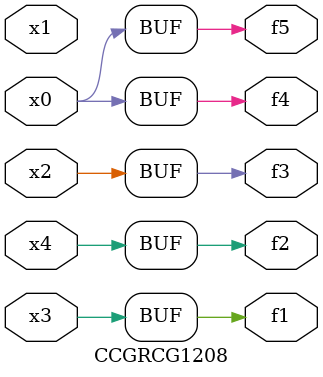
<source format=v>
module CCGRCG1208(
	input x0, x1, x2, x3, x4,
	output f1, f2, f3, f4, f5
);
	assign f1 = x3;
	assign f2 = x4;
	assign f3 = x2;
	assign f4 = x0;
	assign f5 = x0;
endmodule

</source>
